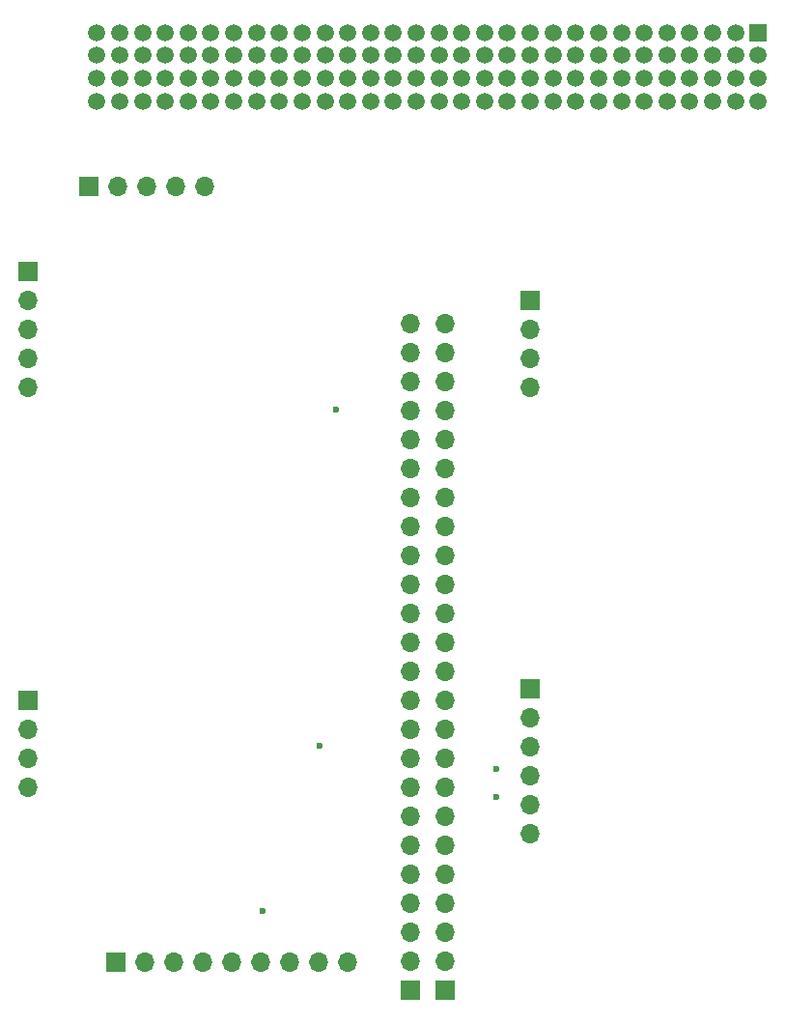
<source format=gbr>
%TF.GenerationSoftware,KiCad,Pcbnew,8.0.0*%
%TF.CreationDate,2025-01-17T03:21:02+02:00*%
%TF.ProjectId,diplomna_2024_sensors_pcb_layout,6469706c-6f6d-46e6-915f-323032345f73,rev?*%
%TF.SameCoordinates,Original*%
%TF.FileFunction,Copper,L4,Bot*%
%TF.FilePolarity,Positive*%
%FSLAX46Y46*%
G04 Gerber Fmt 4.6, Leading zero omitted, Abs format (unit mm)*
G04 Created by KiCad (PCBNEW 8.0.0) date 2025-01-17 03:21:02*
%MOMM*%
%LPD*%
G01*
G04 APERTURE LIST*
%TA.AperFunction,ComponentPad*%
%ADD10R,1.700000X1.700000*%
%TD*%
%TA.AperFunction,ComponentPad*%
%ADD11O,1.700000X1.700000*%
%TD*%
%TA.AperFunction,ComponentPad*%
%ADD12R,1.500000X1.500000*%
%TD*%
%TA.AperFunction,ComponentPad*%
%ADD13C,1.500000*%
%TD*%
%TA.AperFunction,ViaPad*%
%ADD14C,0.600000*%
%TD*%
G04 APERTURE END LIST*
D10*
%TO.P,REF\u002A\u002A,1*%
%TO.N,VIN*%
X174340000Y-68000000D03*
D11*
%TO.P,REF\u002A\u002A,2*%
%TO.N,GND*%
X176880000Y-68000000D03*
%TO.P,REF\u002A\u002A,3*%
%TO.N,SQW*%
X179420000Y-68000000D03*
%TO.P,REF\u002A\u002A,4*%
%TO.N,SCL*%
X181960000Y-68000000D03*
%TO.P,REF\u002A\u002A,5*%
%TO.N,SDA*%
X184500000Y-68000000D03*
%TD*%
D10*
%TO.P,REF\u002A\u002A,1*%
%TO.N,GND*%
X213000000Y-112000000D03*
D11*
%TO.P,REF\u002A\u002A,2*%
%TO.N,VIN*%
X213000000Y-114540000D03*
%TO.P,REF\u002A\u002A,3*%
%TO.N,miso*%
X213000000Y-117080000D03*
%TO.P,REF\u002A\u002A,4*%
%TO.N,mosi*%
X213000000Y-119620000D03*
%TO.P,REF\u002A\u002A,5*%
%TO.N,sck*%
X213000000Y-122160000D03*
%TO.P,REF\u002A\u002A,6*%
%TO.N,cs*%
X213000000Y-124700000D03*
%TD*%
D10*
%TO.P,REF\u002A\u002A,1*%
%TO.N,N/C*%
X202500000Y-138400000D03*
D11*
%TO.P,REF\u002A\u002A,2*%
X202500000Y-135860000D03*
%TO.P,REF\u002A\u002A,3*%
X202500000Y-133320000D03*
%TO.P,REF\u002A\u002A,4*%
X202500000Y-130780000D03*
%TO.P,REF\u002A\u002A,5*%
X202500000Y-128240000D03*
%TO.P,REF\u002A\u002A,6*%
X202500000Y-125700000D03*
%TO.P,REF\u002A\u002A,7*%
X202500000Y-123160000D03*
%TO.P,REF\u002A\u002A,8*%
X202500000Y-120620000D03*
%TO.P,REF\u002A\u002A,9*%
X202500000Y-118080000D03*
%TO.P,REF\u002A\u002A,10*%
X202500000Y-115540000D03*
%TO.P,REF\u002A\u002A,11*%
X202500000Y-113000000D03*
%TO.P,REF\u002A\u002A,12*%
%TO.N,cs*%
X202500000Y-110460000D03*
%TO.P,REF\u002A\u002A,13*%
X202500000Y-107920000D03*
%TO.P,REF\u002A\u002A,14*%
%TO.N,N/C*%
X202500000Y-105380000D03*
%TO.P,REF\u002A\u002A,15*%
X202500000Y-102840000D03*
%TO.P,REF\u002A\u002A,16*%
X202500000Y-100300000D03*
%TO.P,REF\u002A\u002A,17*%
X202500000Y-97760000D03*
%TO.P,REF\u002A\u002A,18*%
%TO.N,miso*%
X202500000Y-95220000D03*
%TO.P,REF\u002A\u002A,19*%
%TO.N,mosi*%
X202500000Y-92680000D03*
%TO.P,REF\u002A\u002A,20*%
%TO.N,sck*%
X202500000Y-90140000D03*
%TO.P,REF\u002A\u002A,21*%
%TO.N,N/C*%
X202500000Y-87600000D03*
%TO.P,REF\u002A\u002A,22*%
%TO.N,SDA*%
X202500000Y-85060000D03*
%TO.P,REF\u002A\u002A,23*%
%TO.N,SCL*%
X202500000Y-82520000D03*
%TO.P,REF\u002A\u002A,24*%
%TO.N,N/C*%
X202500000Y-79980000D03*
%TD*%
D10*
%TO.P,REF\u002A\u002A,1*%
%TO.N,VIN*%
X169000000Y-75460000D03*
D11*
%TO.P,REF\u002A\u002A,2*%
%TO.N,N/C*%
X169000000Y-78000000D03*
%TO.P,REF\u002A\u002A,3*%
%TO.N,GND*%
X169000000Y-80540000D03*
%TO.P,REF\u002A\u002A,4*%
%TO.N,SCL*%
X169000000Y-83080000D03*
%TO.P,REF\u002A\u002A,5*%
%TO.N,SDA*%
X169000000Y-85620000D03*
%TD*%
D10*
%TO.P,REF\u002A\u002A,1*%
%TO.N,N/C*%
X205500000Y-138400000D03*
D11*
%TO.P,REF\u002A\u002A,2*%
X205500000Y-135860000D03*
%TO.P,REF\u002A\u002A,3*%
X205500000Y-133320000D03*
%TO.P,REF\u002A\u002A,4*%
X205500000Y-130780000D03*
%TO.P,REF\u002A\u002A,5*%
X205500000Y-128240000D03*
%TO.P,REF\u002A\u002A,6*%
X205500000Y-125700000D03*
%TO.P,REF\u002A\u002A,7*%
X205500000Y-123160000D03*
%TO.P,REF\u002A\u002A,8*%
X205500000Y-120620000D03*
%TO.P,REF\u002A\u002A,9*%
X205500000Y-118080000D03*
%TO.P,REF\u002A\u002A,10*%
X205500000Y-115540000D03*
%TO.P,REF\u002A\u002A,11*%
X205500000Y-113000000D03*
%TO.P,REF\u002A\u002A,12*%
%TO.N,cs*%
X205500000Y-110460000D03*
%TO.P,REF\u002A\u002A,13*%
X205500000Y-107920000D03*
%TO.P,REF\u002A\u002A,14*%
%TO.N,N/C*%
X205500000Y-105380000D03*
%TO.P,REF\u002A\u002A,15*%
X205500000Y-102840000D03*
%TO.P,REF\u002A\u002A,16*%
X205500000Y-100300000D03*
%TO.P,REF\u002A\u002A,17*%
X205500000Y-97760000D03*
%TO.P,REF\u002A\u002A,18*%
%TO.N,miso*%
X205500000Y-95220000D03*
%TO.P,REF\u002A\u002A,19*%
%TO.N,mosi*%
X205500000Y-92680000D03*
%TO.P,REF\u002A\u002A,20*%
%TO.N,sck*%
X205500000Y-90140000D03*
%TO.P,REF\u002A\u002A,21*%
%TO.N,N/C*%
X205500000Y-87600000D03*
%TO.P,REF\u002A\u002A,22*%
%TO.N,SDA*%
X205500000Y-85060000D03*
%TO.P,REF\u002A\u002A,23*%
%TO.N,SCL*%
X205500000Y-82520000D03*
%TO.P,REF\u002A\u002A,24*%
%TO.N,N/C*%
X205500000Y-79980000D03*
%TD*%
D10*
%TO.P,REF\u002A\u002A,1*%
%TO.N,VIN*%
X176680000Y-136000000D03*
D11*
%TO.P,REF\u002A\u002A,2*%
%TO.N,GND*%
X179220000Y-136000000D03*
%TO.P,REF\u002A\u002A,3*%
%TO.N,EN*%
X181760000Y-136000000D03*
%TO.P,REF\u002A\u002A,4*%
%TO.N,N/C*%
X184300000Y-136000000D03*
%TO.P,REF\u002A\u002A,5*%
%TO.N,sck*%
X186840000Y-136000000D03*
%TO.P,REF\u002A\u002A,6*%
%TO.N,miso*%
X189380000Y-136000000D03*
%TO.P,REF\u002A\u002A,7*%
%TO.N,mosi*%
X191920000Y-136000000D03*
%TO.P,REF\u002A\u002A,8*%
%TO.N,cs*%
X194460000Y-136000000D03*
%TO.P,REF\u002A\u002A,9*%
%TO.N,RST*%
X197000000Y-136000000D03*
%TD*%
D10*
%TO.P,REF\u002A\u002A,1*%
%TO.N,VIN*%
X169000000Y-113000000D03*
D11*
%TO.P,REF\u002A\u002A,2*%
%TO.N,GND*%
X169000000Y-115540000D03*
%TO.P,REF\u002A\u002A,3*%
%TO.N,SCL*%
X169000000Y-118080000D03*
%TO.P,REF\u002A\u002A,4*%
%TO.N,SDA*%
X169000000Y-120620000D03*
%TD*%
D10*
%TO.P,REF\u002A\u002A,1*%
%TO.N,GND*%
X213000000Y-77960000D03*
D11*
%TO.P,REF\u002A\u002A,2*%
%TO.N,TX*%
X213000000Y-80500000D03*
%TO.P,REF\u002A\u002A,3*%
%TO.N,RX*%
X213000000Y-83040000D03*
%TO.P,REF\u002A\u002A,4*%
%TO.N,VIN*%
X213000000Y-85580000D03*
%TD*%
D12*
%TO.P,J\u002A\u002A,1*%
%TO.N,GND*%
X233000000Y-54500000D03*
D13*
%TO.P,J\u002A\u002A,2*%
X231000000Y-54500000D03*
%TO.P,J\u002A\u002A,3*%
%TO.N,N/C*%
X229000000Y-54500000D03*
%TO.P,J\u002A\u002A,4*%
X227000000Y-54500000D03*
%TO.P,J\u002A\u002A,5*%
X225000000Y-54500000D03*
%TO.P,J\u002A\u002A,6*%
X223000000Y-54500000D03*
%TO.P,J\u002A\u002A,7*%
X221000000Y-54500000D03*
%TO.P,J\u002A\u002A,8*%
X219000000Y-54500000D03*
%TO.P,J\u002A\u002A,9*%
X217000000Y-54500000D03*
%TO.P,J\u002A\u002A,10*%
X215000000Y-54500000D03*
%TO.P,J\u002A\u002A,11*%
X213000000Y-54500000D03*
%TO.P,J\u002A\u002A,12*%
X211000000Y-54500000D03*
%TO.P,J\u002A\u002A,13*%
X209000000Y-54500000D03*
%TO.P,J\u002A\u002A,14*%
X207000000Y-54500000D03*
%TO.P,J\u002A\u002A,15*%
X205000000Y-54500000D03*
%TO.P,J\u002A\u002A,16*%
X203000000Y-54500000D03*
%TO.P,J\u002A\u002A,17*%
X201000000Y-54500000D03*
%TO.P,J\u002A\u002A,18*%
X199000000Y-54500000D03*
%TO.P,J\u002A\u002A,19*%
X197000000Y-54500000D03*
%TO.P,J\u002A\u002A,20*%
X195000000Y-54500000D03*
%TO.P,J\u002A\u002A,21*%
X193000000Y-54500000D03*
%TO.P,J\u002A\u002A,22*%
X191000000Y-54500000D03*
%TO.P,J\u002A\u002A,23*%
X189000000Y-54500000D03*
%TO.P,J\u002A\u002A,24*%
X187000000Y-54500000D03*
%TO.P,J\u002A\u002A,25*%
X185000000Y-54500000D03*
%TO.P,J\u002A\u002A,26*%
X183000000Y-54500000D03*
%TO.P,J\u002A\u002A,27*%
X181000000Y-54500000D03*
%TO.P,J\u002A\u002A,28*%
X179000000Y-54500000D03*
%TO.P,J\u002A\u002A,29*%
X177000000Y-54500000D03*
%TO.P,J\u002A\u002A,30*%
%TO.N,GND*%
X175000000Y-54500000D03*
%TO.P,J\u002A\u002A,31*%
X233000000Y-56500000D03*
%TO.P,J\u002A\u002A,32*%
%TO.N,N/C*%
X231000000Y-56500000D03*
%TO.P,J\u002A\u002A,33*%
X229000000Y-56500000D03*
%TO.P,J\u002A\u002A,34*%
X227000000Y-56500000D03*
%TO.P,J\u002A\u002A,35*%
X225000000Y-56500000D03*
%TO.P,J\u002A\u002A,36*%
X223000000Y-56500000D03*
%TO.P,J\u002A\u002A,37*%
X221000000Y-56500000D03*
%TO.P,J\u002A\u002A,38*%
X219000000Y-56500000D03*
%TO.P,J\u002A\u002A,39*%
X217000000Y-56500000D03*
%TO.P,J\u002A\u002A,40*%
X215000000Y-56500000D03*
%TO.P,J\u002A\u002A,41*%
X213000000Y-56500000D03*
%TO.P,J\u002A\u002A,42*%
X211000000Y-56500000D03*
%TO.P,J\u002A\u002A,43*%
X209000000Y-56500000D03*
%TO.P,J\u002A\u002A,44*%
X207000000Y-56500000D03*
%TO.P,J\u002A\u002A,45*%
X205000000Y-56500000D03*
%TO.P,J\u002A\u002A,46*%
X203000000Y-56500000D03*
%TO.P,J\u002A\u002A,47*%
X201000000Y-56500000D03*
%TO.P,J\u002A\u002A,48*%
X199000000Y-56500000D03*
%TO.P,J\u002A\u002A,49*%
X197000000Y-56500000D03*
%TO.P,J\u002A\u002A,50*%
X195000000Y-56500000D03*
%TO.P,J\u002A\u002A,51*%
X193000000Y-56500000D03*
%TO.P,J\u002A\u002A,52*%
X191000000Y-56500000D03*
%TO.P,J\u002A\u002A,53*%
X189000000Y-56500000D03*
%TO.P,J\u002A\u002A,54*%
X187000000Y-56500000D03*
%TO.P,J\u002A\u002A,55*%
X185000000Y-56500000D03*
%TO.P,J\u002A\u002A,56*%
X183000000Y-56500000D03*
%TO.P,J\u002A\u002A,57*%
X181000000Y-56500000D03*
%TO.P,J\u002A\u002A,58*%
X179000000Y-56500000D03*
%TO.P,J\u002A\u002A,59*%
X177000000Y-56500000D03*
%TO.P,J\u002A\u002A,60*%
X175000000Y-56500000D03*
%TO.P,J\u002A\u002A,61*%
X233000000Y-58500000D03*
%TO.P,J\u002A\u002A,62*%
X231000000Y-58500000D03*
%TO.P,J\u002A\u002A,63*%
X229000000Y-58500000D03*
%TO.P,J\u002A\u002A,64*%
X227000000Y-58500000D03*
%TO.P,J\u002A\u002A,65*%
X225000000Y-58500000D03*
%TO.P,J\u002A\u002A,66*%
X223000000Y-58500000D03*
%TO.P,J\u002A\u002A,67*%
X221000000Y-58500000D03*
%TO.P,J\u002A\u002A,68*%
X219000000Y-58500000D03*
%TO.P,J\u002A\u002A,69*%
X217000000Y-58500000D03*
%TO.P,J\u002A\u002A,70*%
X215000000Y-58500000D03*
%TO.P,J\u002A\u002A,71*%
X213000000Y-58500000D03*
%TO.P,J\u002A\u002A,72*%
X211000000Y-58500000D03*
%TO.P,J\u002A\u002A,73*%
X209000000Y-58500000D03*
%TO.P,J\u002A\u002A,74*%
X207000000Y-58500000D03*
%TO.P,J\u002A\u002A,75*%
X205000000Y-58500000D03*
%TO.P,J\u002A\u002A,76*%
X203000000Y-58500000D03*
%TO.P,J\u002A\u002A,77*%
X201000000Y-58500000D03*
%TO.P,J\u002A\u002A,78*%
X199000000Y-58500000D03*
%TO.P,J\u002A\u002A,79*%
X197000000Y-58500000D03*
%TO.P,J\u002A\u002A,80*%
X195000000Y-58500000D03*
%TO.P,J\u002A\u002A,81*%
X193000000Y-58500000D03*
%TO.P,J\u002A\u002A,82*%
X191000000Y-58500000D03*
%TO.P,J\u002A\u002A,83*%
X189000000Y-58500000D03*
%TO.P,J\u002A\u002A,84*%
X187000000Y-58500000D03*
%TO.P,J\u002A\u002A,85*%
X185000000Y-58500000D03*
%TO.P,J\u002A\u002A,86*%
X183000000Y-58500000D03*
%TO.P,J\u002A\u002A,87*%
X181000000Y-58500000D03*
%TO.P,J\u002A\u002A,88*%
X179000000Y-58500000D03*
%TO.P,J\u002A\u002A,89*%
X177000000Y-58500000D03*
%TO.P,J\u002A\u002A,90*%
%TO.N,VIN*%
X175000000Y-58500000D03*
%TO.P,J\u002A\u002A,91*%
%TO.N,N/C*%
X233000000Y-60500000D03*
%TO.P,J\u002A\u002A,92*%
X231000000Y-60500000D03*
%TO.P,J\u002A\u002A,93*%
X229000000Y-60500000D03*
%TO.P,J\u002A\u002A,94*%
X227000000Y-60500000D03*
%TO.P,J\u002A\u002A,95*%
X225000000Y-60500000D03*
%TO.P,J\u002A\u002A,96*%
X223000000Y-60500000D03*
%TO.P,J\u002A\u002A,97*%
X221000000Y-60500000D03*
%TO.P,J\u002A\u002A,98*%
X219000000Y-60500000D03*
%TO.P,J\u002A\u002A,99*%
X217000000Y-60500000D03*
%TO.P,J\u002A\u002A,100*%
X215000000Y-60500000D03*
%TO.P,J\u002A\u002A,101*%
X213000000Y-60500000D03*
%TO.P,J\u002A\u002A,102*%
X211000000Y-60500000D03*
%TO.P,J\u002A\u002A,103*%
X209000000Y-60500000D03*
%TO.P,J\u002A\u002A,104*%
X207000000Y-60500000D03*
%TO.P,J\u002A\u002A,105*%
X205000000Y-60500000D03*
%TO.P,J\u002A\u002A,106*%
X203000000Y-60500000D03*
%TO.P,J\u002A\u002A,107*%
X201000000Y-60500000D03*
%TO.P,J\u002A\u002A,108*%
X199000000Y-60500000D03*
%TO.P,J\u002A\u002A,109*%
%TO.N,RST*%
X197000000Y-60500000D03*
%TO.P,J\u002A\u002A,110*%
%TO.N,cs*%
X195000000Y-60500000D03*
%TO.P,J\u002A\u002A,111*%
%TO.N,N/C*%
X193000000Y-60500000D03*
%TO.P,J\u002A\u002A,112*%
X191000000Y-60500000D03*
%TO.P,J\u002A\u002A,113*%
X189000000Y-60500000D03*
%TO.P,J\u002A\u002A,114*%
%TO.N,TX*%
X187000000Y-60500000D03*
%TO.P,J\u002A\u002A,115*%
%TO.N,RX*%
X185000000Y-60500000D03*
%TO.P,J\u002A\u002A,116*%
%TO.N,SQW*%
X183000000Y-60500000D03*
%TO.P,J\u002A\u002A,117*%
%TO.N,N/C*%
X181000000Y-60500000D03*
%TO.P,J\u002A\u002A,118*%
X179000000Y-60500000D03*
%TO.P,J\u002A\u002A,119*%
X177000000Y-60500000D03*
%TO.P,J\u002A\u002A,120*%
%TO.N,VIN*%
X175000000Y-60500000D03*
%TD*%
D14*
%TO.N,SCL*%
X196000000Y-87500000D03*
%TO.N,miso*%
X189500000Y-131500000D03*
%TO.N,mosi*%
X210000000Y-119000000D03*
%TO.N,cs*%
X194500000Y-117000000D03*
%TO.N,sck*%
X210000000Y-121500000D03*
%TD*%
M02*

</source>
